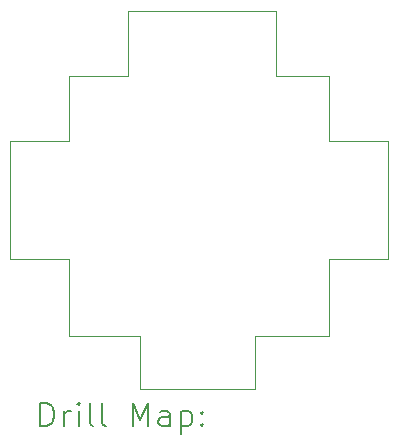
<source format=gbr>
%TF.GenerationSoftware,KiCad,Pcbnew,7.0.9*%
%TF.CreationDate,2024-03-13T22:22:44+01:00*%
%TF.ProjectId,KorryLargePCB,4b6f7272-794c-4617-9267-655043422e6b,rev?*%
%TF.SameCoordinates,Original*%
%TF.FileFunction,Drillmap*%
%TF.FilePolarity,Positive*%
%FSLAX45Y45*%
G04 Gerber Fmt 4.5, Leading zero omitted, Abs format (unit mm)*
G04 Created by KiCad (PCBNEW 7.0.9) date 2024-03-13 22:22:44*
%MOMM*%
%LPD*%
G01*
G04 APERTURE LIST*
%ADD10C,0.100000*%
%ADD11C,0.200000*%
G04 APERTURE END LIST*
D10*
X5000000Y-2550000D02*
X5500000Y-2550000D01*
X5500000Y-2000000D02*
X5500000Y-2550000D01*
X7200000Y-4100000D02*
X7200000Y-4750000D01*
X4500000Y-3100000D02*
X5000000Y-3100000D01*
X7700000Y-4100000D02*
X7700000Y-3100000D01*
X5000000Y-4750000D02*
X5000000Y-4100000D01*
X5000000Y-3100000D02*
X5000000Y-2550000D01*
X7200000Y-3100000D02*
X7200000Y-2550000D01*
X6575000Y-5200000D02*
X6575000Y-4750000D01*
X6750000Y-2000000D02*
X6750000Y-2550000D01*
X6575000Y-4750000D02*
X7200000Y-4750000D01*
X5000000Y-4750000D02*
X5600000Y-4750000D01*
X7200000Y-4100000D02*
X7700000Y-4100000D01*
X6575000Y-5200000D02*
X5600000Y-5200000D01*
X5000000Y-4100000D02*
X4500000Y-4100000D01*
X7700000Y-3100000D02*
X7200000Y-3100000D01*
X5600000Y-5200000D02*
X5600000Y-4750000D01*
X4500000Y-4100000D02*
X4500000Y-3100000D01*
X7200000Y-2550000D02*
X6750000Y-2550000D01*
X5500000Y-2000000D02*
X6750000Y-2000000D01*
D11*
X4755777Y-5516484D02*
X4755777Y-5316484D01*
X4755777Y-5316484D02*
X4803396Y-5316484D01*
X4803396Y-5316484D02*
X4831967Y-5326008D01*
X4831967Y-5326008D02*
X4851015Y-5345055D01*
X4851015Y-5345055D02*
X4860539Y-5364103D01*
X4860539Y-5364103D02*
X4870063Y-5402198D01*
X4870063Y-5402198D02*
X4870063Y-5430770D01*
X4870063Y-5430770D02*
X4860539Y-5468865D01*
X4860539Y-5468865D02*
X4851015Y-5487912D01*
X4851015Y-5487912D02*
X4831967Y-5506960D01*
X4831967Y-5506960D02*
X4803396Y-5516484D01*
X4803396Y-5516484D02*
X4755777Y-5516484D01*
X4955777Y-5516484D02*
X4955777Y-5383150D01*
X4955777Y-5421246D02*
X4965301Y-5402198D01*
X4965301Y-5402198D02*
X4974824Y-5392674D01*
X4974824Y-5392674D02*
X4993872Y-5383150D01*
X4993872Y-5383150D02*
X5012920Y-5383150D01*
X5079586Y-5516484D02*
X5079586Y-5383150D01*
X5079586Y-5316484D02*
X5070063Y-5326008D01*
X5070063Y-5326008D02*
X5079586Y-5335531D01*
X5079586Y-5335531D02*
X5089110Y-5326008D01*
X5089110Y-5326008D02*
X5079586Y-5316484D01*
X5079586Y-5316484D02*
X5079586Y-5335531D01*
X5203396Y-5516484D02*
X5184348Y-5506960D01*
X5184348Y-5506960D02*
X5174824Y-5487912D01*
X5174824Y-5487912D02*
X5174824Y-5316484D01*
X5308158Y-5516484D02*
X5289110Y-5506960D01*
X5289110Y-5506960D02*
X5279586Y-5487912D01*
X5279586Y-5487912D02*
X5279586Y-5316484D01*
X5536729Y-5516484D02*
X5536729Y-5316484D01*
X5536729Y-5316484D02*
X5603396Y-5459341D01*
X5603396Y-5459341D02*
X5670062Y-5316484D01*
X5670062Y-5316484D02*
X5670062Y-5516484D01*
X5851015Y-5516484D02*
X5851015Y-5411722D01*
X5851015Y-5411722D02*
X5841491Y-5392674D01*
X5841491Y-5392674D02*
X5822443Y-5383150D01*
X5822443Y-5383150D02*
X5784348Y-5383150D01*
X5784348Y-5383150D02*
X5765301Y-5392674D01*
X5851015Y-5506960D02*
X5831967Y-5516484D01*
X5831967Y-5516484D02*
X5784348Y-5516484D01*
X5784348Y-5516484D02*
X5765301Y-5506960D01*
X5765301Y-5506960D02*
X5755777Y-5487912D01*
X5755777Y-5487912D02*
X5755777Y-5468865D01*
X5755777Y-5468865D02*
X5765301Y-5449817D01*
X5765301Y-5449817D02*
X5784348Y-5440293D01*
X5784348Y-5440293D02*
X5831967Y-5440293D01*
X5831967Y-5440293D02*
X5851015Y-5430770D01*
X5946253Y-5383150D02*
X5946253Y-5583150D01*
X5946253Y-5392674D02*
X5965301Y-5383150D01*
X5965301Y-5383150D02*
X6003396Y-5383150D01*
X6003396Y-5383150D02*
X6022443Y-5392674D01*
X6022443Y-5392674D02*
X6031967Y-5402198D01*
X6031967Y-5402198D02*
X6041491Y-5421246D01*
X6041491Y-5421246D02*
X6041491Y-5478389D01*
X6041491Y-5478389D02*
X6031967Y-5497436D01*
X6031967Y-5497436D02*
X6022443Y-5506960D01*
X6022443Y-5506960D02*
X6003396Y-5516484D01*
X6003396Y-5516484D02*
X5965301Y-5516484D01*
X5965301Y-5516484D02*
X5946253Y-5506960D01*
X6127205Y-5497436D02*
X6136729Y-5506960D01*
X6136729Y-5506960D02*
X6127205Y-5516484D01*
X6127205Y-5516484D02*
X6117682Y-5506960D01*
X6117682Y-5506960D02*
X6127205Y-5497436D01*
X6127205Y-5497436D02*
X6127205Y-5516484D01*
X6127205Y-5392674D02*
X6136729Y-5402198D01*
X6136729Y-5402198D02*
X6127205Y-5411722D01*
X6127205Y-5411722D02*
X6117682Y-5402198D01*
X6117682Y-5402198D02*
X6127205Y-5392674D01*
X6127205Y-5392674D02*
X6127205Y-5411722D01*
M02*

</source>
